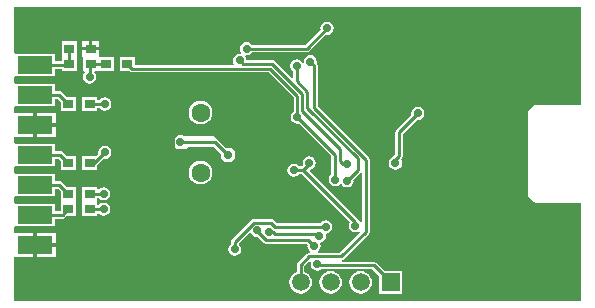
<source format=gbr>
G04 Layer_Physical_Order=2*
G04 Layer_Color=16711680*
%FSLAX43Y43*%
%MOMM*%
G71*
G01*
G75*
%ADD11R,0.900X0.800*%
%ADD18R,3.000X1.500*%
%ADD25C,0.220*%
%ADD26C,1.600*%
%ADD27C,1.500*%
%ADD28R,1.500X1.500*%
G04:AMPARAMS|DCode=29|XSize=2.4mm|YSize=1.6mm|CornerRadius=0.4mm|HoleSize=0mm|Usage=FLASHONLY|Rotation=180.000|XOffset=0mm|YOffset=0mm|HoleType=Round|Shape=RoundedRectangle|*
%AMROUNDEDRECTD29*
21,1,2.400,0.800,0,0,180.0*
21,1,1.600,1.600,0,0,180.0*
1,1,0.800,-0.800,0.400*
1,1,0.800,0.800,0.400*
1,1,0.800,0.800,-0.400*
1,1,0.800,-0.800,-0.400*
%
%ADD29ROUNDEDRECTD29*%
%ADD30C,1.000*%
%ADD31C,0.500*%
%ADD32C,0.700*%
G36*
X139845Y102755D02*
X135982D01*
X135884Y102735D01*
X135802Y102680D01*
X135420Y102298D01*
X135365Y102216D01*
X135345Y102118D01*
Y102010D01*
X135336Y101987D01*
X135330Y101961D01*
X135322Y101935D01*
X135294Y101727D01*
X135295Y101713D01*
X135293Y101700D01*
X135299Y95551D01*
X135298Y95526D01*
X135293Y95500D01*
X135295Y95487D01*
X135294Y95473D01*
X135322Y95265D01*
X135330Y95239D01*
X135336Y95213D01*
X135345Y95190D01*
Y95082D01*
X135365Y94984D01*
X135420Y94902D01*
X135795Y94527D01*
X135877Y94471D01*
X135975Y94452D01*
X139845D01*
Y86155D01*
X91823D01*
Y88340D01*
Y89759D01*
X91846Y89876D01*
X91950Y89876D01*
X93450D01*
Y90880D01*
Y91884D01*
X91950D01*
X91846Y91884D01*
X91823Y92001D01*
Y92375D01*
X91900Y92470D01*
X91950Y92470D01*
X95300D01*
Y93104D01*
X95920D01*
X96041Y93128D01*
X96144Y93197D01*
X96247Y93300D01*
X97050D01*
Y94473D01*
X97050Y94500D01*
Y94600D01*
X97050Y94627D01*
Y95800D01*
X96247D01*
X95863Y96184D01*
X95761Y96252D01*
X95640Y96276D01*
X95300D01*
Y96910D01*
X91950D01*
X91900Y96910D01*
X91823Y97005D01*
Y97455D01*
X91900Y97550D01*
X91950Y97550D01*
X95300D01*
Y98184D01*
X95569D01*
X95750Y98003D01*
Y97200D01*
X97050D01*
Y98400D01*
X96247D01*
X95923Y98724D01*
X95821Y98792D01*
X95700Y98816D01*
X95300D01*
Y99450D01*
X91950D01*
X91900Y99450D01*
X91823Y99545D01*
Y99919D01*
X91846Y100036D01*
X91950Y100036D01*
X93450D01*
Y101040D01*
Y102044D01*
X91950D01*
X91846Y102044D01*
X91823Y102161D01*
Y102535D01*
X91900Y102630D01*
X91950Y102630D01*
X95300D01*
Y103264D01*
X95489D01*
X95750Y103003D01*
Y102200D01*
X97050D01*
Y103400D01*
X96247D01*
X95843Y103803D01*
X95741Y103872D01*
X95620Y103896D01*
X95300D01*
Y104530D01*
X91950D01*
X91900Y104530D01*
X91823Y104625D01*
Y105075D01*
X91900Y105170D01*
X91950Y105170D01*
X95300D01*
Y105804D01*
X95850D01*
Y105600D01*
X97150D01*
Y106800D01*
X97150D01*
Y106900D01*
X97150D01*
Y108100D01*
X95850D01*
Y106900D01*
X95850D01*
Y106800D01*
X95850D01*
Y106436D01*
X95300D01*
Y107070D01*
X91950D01*
X91900Y107070D01*
X91823Y107165D01*
Y108660D01*
X91823Y108660D01*
Y111045D01*
X139845D01*
Y102755D01*
D02*
G37*
G36*
X95750Y95403D02*
Y94627D01*
X95750Y94600D01*
Y94500D01*
X95750Y94473D01*
Y93736D01*
X95300D01*
Y94370D01*
X91950D01*
X91900Y94370D01*
X91823Y94465D01*
Y94915D01*
X91900Y95010D01*
X91950Y95010D01*
X95300D01*
Y95644D01*
X95509D01*
X95750Y95403D01*
D02*
G37*
%LPC*%
G36*
X98850Y95800D02*
X97550D01*
Y94627D01*
X97550Y94600D01*
Y94500D01*
X97550Y94473D01*
Y93300D01*
X98850D01*
Y93505D01*
X98977Y93543D01*
X99003Y93503D01*
X99185Y93382D01*
X99400Y93339D01*
X99615Y93382D01*
X99797Y93503D01*
X99918Y93685D01*
X99961Y93900D01*
X99918Y94115D01*
X99797Y94297D01*
X99615Y94418D01*
X99400Y94461D01*
X99185Y94418D01*
X99003Y94297D01*
X98977Y94257D01*
X98850Y94295D01*
Y94473D01*
X98850Y94500D01*
Y94600D01*
X98850Y94627D01*
Y94805D01*
X98977Y94843D01*
X99003Y94803D01*
X99185Y94682D01*
X99400Y94639D01*
X99615Y94682D01*
X99797Y94803D01*
X99918Y94985D01*
X99961Y95200D01*
X99918Y95415D01*
X99797Y95597D01*
X99615Y95718D01*
X99400Y95761D01*
X99185Y95718D01*
X99003Y95597D01*
X98977Y95557D01*
X98850Y95595D01*
Y95800D01*
D02*
G37*
G36*
X99500Y99261D02*
X99285Y99218D01*
X99103Y99097D01*
X98982Y98915D01*
X98939Y98700D01*
X98958Y98605D01*
X98753Y98400D01*
X97550D01*
Y97200D01*
X98850D01*
Y97603D01*
X99405Y98158D01*
X99500Y98139D01*
X99715Y98182D01*
X99897Y98303D01*
X100018Y98485D01*
X100061Y98700D01*
X100018Y98915D01*
X99897Y99097D01*
X99715Y99218D01*
X99500Y99261D01*
D02*
G37*
G36*
X106100Y100200D02*
X105700D01*
X105400Y99900D01*
Y99200D01*
X105600Y99000D01*
X106400D01*
X106600Y99200D01*
X108700D01*
X109300Y98600D01*
Y98200D01*
X109600Y97900D01*
X110200D01*
X110500Y98200D01*
Y98800D01*
X110200Y99100D01*
X109700D01*
X108700Y100100D01*
X106200D01*
X106100Y100200D01*
D02*
G37*
G36*
X107600Y98009D02*
X107339Y97974D01*
X107096Y97873D01*
X106887Y97713D01*
X106727Y97504D01*
X106626Y97261D01*
X106591Y97000D01*
X106626Y96739D01*
X106727Y96496D01*
X106887Y96287D01*
X107096Y96127D01*
X107339Y96026D01*
X107600Y95991D01*
X107861Y96026D01*
X108104Y96127D01*
X108313Y96287D01*
X108474Y96496D01*
X108574Y96739D01*
X108609Y97000D01*
X108574Y97261D01*
X108474Y97504D01*
X108313Y97713D01*
X108104Y97873D01*
X107861Y97974D01*
X107600Y98009D01*
D02*
G37*
G36*
X121160Y88658D02*
X120912Y88626D01*
X120681Y88530D01*
X120482Y88378D01*
X120330Y88179D01*
X120234Y87948D01*
X120202Y87700D01*
X120234Y87452D01*
X120330Y87221D01*
X120482Y87022D01*
X120681Y86870D01*
X120912Y86774D01*
X121160Y86742D01*
X121408Y86774D01*
X121639Y86870D01*
X121838Y87022D01*
X121990Y87221D01*
X122086Y87452D01*
X122118Y87700D01*
X122086Y87948D01*
X121990Y88179D01*
X121838Y88378D01*
X121639Y88530D01*
X121408Y88626D01*
X121160Y88658D01*
D02*
G37*
G36*
X118620D02*
X118372Y88626D01*
X118141Y88530D01*
X117942Y88378D01*
X117790Y88179D01*
X117694Y87948D01*
X117662Y87700D01*
X117694Y87452D01*
X117790Y87221D01*
X117942Y87022D01*
X118141Y86870D01*
X118372Y86774D01*
X118620Y86742D01*
X118868Y86774D01*
X119099Y86870D01*
X119298Y87022D01*
X119450Y87221D01*
X119546Y87452D01*
X119578Y87700D01*
X119546Y87948D01*
X119450Y88179D01*
X119298Y88378D01*
X119099Y88530D01*
X118868Y88626D01*
X118620Y88658D01*
D02*
G37*
G36*
X93750Y91884D02*
Y91030D01*
X95354D01*
Y91884D01*
X93750D01*
D02*
G37*
G36*
X95354Y90730D02*
X93750D01*
Y89876D01*
X95354D01*
Y90730D01*
D02*
G37*
G36*
X98150Y108154D02*
X97596D01*
Y107650D01*
X98150D01*
Y108154D01*
D02*
G37*
G36*
X99004Y107350D02*
X97596D01*
Y106846D01*
X97650Y106741D01*
X97650Y106719D01*
Y105600D01*
X97731D01*
X97760Y105558D01*
X97788Y105473D01*
X97682Y105315D01*
X97639Y105100D01*
X97682Y104885D01*
X97803Y104703D01*
X97985Y104582D01*
X98200Y104539D01*
X98415Y104582D01*
X98597Y104703D01*
X98718Y104885D01*
X98761Y105100D01*
X98718Y105315D01*
X98612Y105473D01*
X98640Y105558D01*
X98669Y105600D01*
X98950D01*
Y105600D01*
X98950D01*
X98950Y105600D01*
X100250D01*
Y106800D01*
X99112D01*
X99004Y106846D01*
X99004Y106927D01*
Y107350D01*
D02*
G37*
G36*
X118300Y109761D02*
X118085Y109718D01*
X117903Y109597D01*
X117782Y109415D01*
X117739Y109200D01*
X117758Y109105D01*
X116469Y107816D01*
X111950D01*
X111897Y107897D01*
X111715Y108018D01*
X111500Y108061D01*
X111285Y108018D01*
X111103Y107897D01*
X110982Y107715D01*
X110939Y107500D01*
X110982Y107285D01*
X111068Y107157D01*
X110991Y107043D01*
X110900Y107061D01*
X110685Y107018D01*
X110503Y106897D01*
X110382Y106715D01*
X110339Y106500D01*
X110382Y106285D01*
X110420Y106228D01*
X110360Y106116D01*
X102050D01*
Y106800D01*
X100750D01*
Y105600D01*
X101553D01*
X101577Y105576D01*
X101679Y105508D01*
X101800Y105484D01*
X113369D01*
X115484Y103369D01*
Y102150D01*
X115403Y102097D01*
X115282Y101915D01*
X115239Y101700D01*
X115282Y101485D01*
X115403Y101303D01*
X115585Y101182D01*
X115800Y101139D01*
X115895Y101158D01*
X118684Y98369D01*
Y96850D01*
X118603Y96797D01*
X118482Y96615D01*
X118439Y96400D01*
X118482Y96185D01*
X118603Y96003D01*
X118785Y95882D01*
X119000Y95839D01*
X119215Y95882D01*
X119397Y96003D01*
X119543Y95994D01*
X119603Y95903D01*
X119785Y95782D01*
X120000Y95739D01*
X120214Y95782D01*
X120396Y95903D01*
X120518Y96085D01*
X120561Y96300D01*
X120542Y96395D01*
X121123Y96977D01*
X121157Y97027D01*
X121284Y96988D01*
Y92845D01*
X121157Y92806D01*
X121097Y92897D01*
X120937Y93003D01*
X120924Y93023D01*
X116831Y97116D01*
X116873Y97254D01*
X117015Y97282D01*
X117197Y97403D01*
X117318Y97585D01*
X117361Y97800D01*
X117318Y98015D01*
X117197Y98197D01*
X117015Y98318D01*
X116800Y98361D01*
X116585Y98318D01*
X116403Y98197D01*
X116282Y98015D01*
X116239Y97800D01*
X116275Y97622D01*
X116169Y97516D01*
X115950D01*
X115897Y97597D01*
X115715Y97718D01*
X115500Y97761D01*
X115285Y97718D01*
X115103Y97597D01*
X114982Y97415D01*
X114939Y97200D01*
X114982Y96985D01*
X115103Y96803D01*
X115285Y96682D01*
X115500Y96639D01*
X115715Y96682D01*
X115897Y96803D01*
X115950Y96884D01*
X116169D01*
X120245Y92808D01*
X120182Y92715D01*
X120139Y92500D01*
X120182Y92285D01*
X120303Y92103D01*
X120485Y91982D01*
X120700Y91939D01*
X120915Y91982D01*
X121037Y92064D01*
X121118Y91965D01*
X119369Y90216D01*
X117545D01*
X117506Y90343D01*
X117596Y90403D01*
X117718Y90585D01*
X117761Y90800D01*
X117723Y90987D01*
X117718Y91014D01*
X117799Y91122D01*
X117885Y91139D01*
X118067Y91261D01*
X118188Y91443D01*
X118231Y91657D01*
X118195Y91835D01*
X118200Y91839D01*
X118415Y91882D01*
X118597Y92003D01*
X118718Y92185D01*
X118761Y92400D01*
X118718Y92615D01*
X118597Y92797D01*
X118415Y92918D01*
X118200Y92961D01*
X117985Y92918D01*
X117803Y92797D01*
X117750Y92716D01*
X114064D01*
X113797Y92983D01*
X113694Y93052D01*
X113573Y93076D01*
X112127D01*
X112006Y93052D01*
X111903Y92983D01*
X110276Y91357D01*
X110208Y91254D01*
X110184Y91133D01*
Y90950D01*
X110103Y90897D01*
X109982Y90715D01*
X109939Y90500D01*
X109982Y90285D01*
X110103Y90103D01*
X110285Y89982D01*
X110500Y89939D01*
X110715Y89982D01*
X110897Y90103D01*
X111018Y90285D01*
X111061Y90500D01*
X111018Y90715D01*
X110897Y90897D01*
X110885Y90904D01*
X110872Y91059D01*
X111756Y91943D01*
X111878Y91906D01*
X111882Y91885D01*
X112003Y91703D01*
X112185Y91582D01*
X112400Y91539D01*
X112467Y91553D01*
X112943Y91076D01*
X113046Y91008D01*
X113167Y90984D01*
X116569D01*
X116658Y90895D01*
X116639Y90800D01*
X116682Y90585D01*
X116803Y90403D01*
X116893Y90343D01*
X116855Y90216D01*
X116800D01*
X116679Y90192D01*
X116576Y90123D01*
X115856Y89404D01*
X115788Y89301D01*
X115764Y89180D01*
Y88597D01*
X115601Y88530D01*
X115402Y88378D01*
X115250Y88179D01*
X115154Y87948D01*
X115122Y87700D01*
X115154Y87452D01*
X115250Y87221D01*
X115402Y87022D01*
X115601Y86870D01*
X115832Y86774D01*
X116080Y86742D01*
X116328Y86774D01*
X116559Y86870D01*
X116758Y87022D01*
X116910Y87221D01*
X117006Y87452D01*
X117038Y87700D01*
X117006Y87948D01*
X116910Y88179D01*
X116758Y88378D01*
X116559Y88530D01*
X116396Y88597D01*
Y89049D01*
X116886Y89539D01*
X116985Y89458D01*
X116982Y89454D01*
X116939Y89239D01*
X116982Y89025D01*
X117103Y88843D01*
X117285Y88721D01*
X117500Y88678D01*
X117715Y88721D01*
X117883Y88834D01*
X122119D01*
X122750Y88203D01*
Y86750D01*
X124650D01*
Y88650D01*
X123197D01*
X122473Y89373D01*
X122371Y89442D01*
X122250Y89466D01*
X119559D01*
X119546Y89593D01*
X119621Y89608D01*
X119724Y89676D01*
X121824Y91776D01*
X121892Y91879D01*
X121916Y92000D01*
Y98100D01*
X121892Y98221D01*
X121824Y98324D01*
X117516Y102631D01*
Y106100D01*
X117492Y106221D01*
X117440Y106298D01*
X117461Y106400D01*
X117418Y106615D01*
X117297Y106797D01*
X117115Y106918D01*
X116900Y106961D01*
X116685Y106918D01*
X116503Y106797D01*
X116382Y106615D01*
X116339Y106400D01*
X116354Y106326D01*
X116234Y106276D01*
X116140Y106417D01*
X115958Y106539D01*
X115743Y106582D01*
X115529Y106539D01*
X115347Y106417D01*
X115225Y106236D01*
X115183Y106021D01*
X115225Y105806D01*
X115347Y105624D01*
X115427Y105571D01*
Y105080D01*
X115310Y105031D01*
X113897Y106443D01*
X113795Y106512D01*
X113674Y106536D01*
X111454D01*
X111418Y106715D01*
X111332Y106843D01*
X111409Y106957D01*
X111500Y106939D01*
X111715Y106982D01*
X111897Y107103D01*
X111950Y107184D01*
X116600D01*
X116721Y107208D01*
X116824Y107276D01*
X118205Y108658D01*
X118300Y108639D01*
X118515Y108682D01*
X118697Y108803D01*
X118818Y108985D01*
X118861Y109200D01*
X118818Y109415D01*
X118697Y109597D01*
X118515Y109718D01*
X118300Y109761D01*
D02*
G37*
G36*
X99004Y108154D02*
X98450D01*
Y107650D01*
X99004D01*
Y108154D01*
D02*
G37*
G36*
X98850Y103400D02*
X97550D01*
Y102200D01*
X98850D01*
Y102484D01*
X99050D01*
X99103Y102403D01*
X99285Y102282D01*
X99500Y102239D01*
X99715Y102282D01*
X99897Y102403D01*
X100018Y102585D01*
X100061Y102800D01*
X100018Y103015D01*
X99897Y103197D01*
X99715Y103318D01*
X99500Y103361D01*
X99285Y103318D01*
X99103Y103197D01*
X99050Y103116D01*
X98850D01*
Y103400D01*
D02*
G37*
G36*
X107600Y103089D02*
X107339Y103054D01*
X107096Y102953D01*
X106887Y102793D01*
X106727Y102584D01*
X106626Y102341D01*
X106591Y102080D01*
X106626Y101819D01*
X106727Y101576D01*
X106887Y101367D01*
X107096Y101206D01*
X107339Y101106D01*
X107600Y101071D01*
X107861Y101106D01*
X108104Y101206D01*
X108313Y101367D01*
X108474Y101576D01*
X108574Y101819D01*
X108609Y102080D01*
X108574Y102341D01*
X108474Y102584D01*
X108313Y102793D01*
X108104Y102953D01*
X107861Y103054D01*
X107600Y103089D01*
D02*
G37*
G36*
X95354Y100890D02*
X93750D01*
Y100036D01*
X95354D01*
Y100890D01*
D02*
G37*
G36*
X126000Y102561D02*
X125785Y102518D01*
X125603Y102397D01*
X125482Y102215D01*
X125439Y102000D01*
X125458Y101905D01*
X124176Y100623D01*
X124108Y100521D01*
X124084Y100400D01*
Y98531D01*
X123877Y98324D01*
X123863Y98303D01*
X123703Y98197D01*
X123582Y98015D01*
X123539Y97800D01*
X123582Y97585D01*
X123703Y97403D01*
X123885Y97282D01*
X124100Y97239D01*
X124315Y97282D01*
X124497Y97403D01*
X124618Y97585D01*
X124661Y97800D01*
X124618Y98015D01*
X124555Y98108D01*
X124623Y98176D01*
X124692Y98279D01*
X124716Y98400D01*
Y100269D01*
X125905Y101458D01*
X126000Y101439D01*
X126215Y101482D01*
X126397Y101603D01*
X126518Y101785D01*
X126561Y102000D01*
X126518Y102215D01*
X126397Y102397D01*
X126215Y102518D01*
X126000Y102561D01*
D02*
G37*
G36*
X93750Y102044D02*
Y101190D01*
X95354D01*
Y102044D01*
X93750D01*
D02*
G37*
%LPD*%
D11*
X98300Y106200D02*
D03*
X96500D02*
D03*
X101400D02*
D03*
X99600D02*
D03*
X98200Y93900D02*
D03*
X96400D02*
D03*
X98200Y102800D02*
D03*
X96400D02*
D03*
X98200Y97800D02*
D03*
X96400D02*
D03*
X98200Y95200D02*
D03*
X96400D02*
D03*
X98300Y107500D02*
D03*
X96500D02*
D03*
D18*
X93600Y90880D02*
D03*
Y93420D02*
D03*
Y95960D02*
D03*
Y98500D02*
D03*
Y101040D02*
D03*
Y103580D02*
D03*
Y106120D02*
D03*
D25*
X116080Y87700D02*
Y89180D01*
X116800Y89900D01*
X119500D01*
X121600Y92000D01*
Y98100D01*
X117200Y102500D02*
X121600Y98100D01*
X122250Y89150D02*
X123700Y87700D01*
X117589Y89150D02*
X122250D01*
X117200Y102500D02*
Y106100D01*
X116640Y102460D02*
X120900Y98200D01*
X116220Y102213D02*
X119420Y99013D01*
X116640Y102460D02*
Y103848D01*
X116900Y106400D02*
X117200Y106100D01*
X115800Y101700D02*
X119000Y98500D01*
X117500Y89239D02*
X117589Y89150D01*
X115743Y104745D02*
X116640Y103848D01*
X115743Y104745D02*
Y106021D01*
X124100Y98100D02*
X124400Y98400D01*
X124100Y97800D02*
Y98100D01*
X124400Y98400D02*
Y100400D01*
X126000Y102000D01*
X98200Y93900D02*
X99400D01*
X98200Y95200D02*
X99400D01*
X110500Y91133D02*
X112127Y92760D01*
X113573D01*
X110500Y90500D02*
Y91133D01*
X112400Y92067D02*
Y92100D01*
X113400Y92000D02*
X113739D01*
X112400Y92067D02*
X113167Y91300D01*
X116700D01*
X113739Y92000D02*
X113939Y91800D01*
X117527D01*
X116700Y91300D02*
X117200Y90800D01*
X117527Y91800D02*
X117670Y91657D01*
X113573Y92760D02*
X113933Y92400D01*
X118200D01*
X98300Y106200D02*
X99600D01*
X93600Y106120D02*
X96420D01*
X96500Y106200D01*
Y107500D01*
X95920Y93420D02*
X96400Y93900D01*
X93600Y93420D02*
X95920D01*
X95640Y95960D02*
X96400Y95200D01*
X93600Y95960D02*
X95640D01*
X95700Y98500D02*
X96400Y97800D01*
X93600Y98500D02*
X95700D01*
X95620Y103580D02*
X96400Y102800D01*
X93600Y103580D02*
X95620D01*
X98200Y106100D02*
X98300Y106200D01*
X98200Y105100D02*
Y106100D01*
Y102800D02*
X99500D01*
X98600Y97800D02*
X99500Y98700D01*
X98200Y97800D02*
X98600D01*
X101400Y106200D02*
X101800Y105800D01*
X116600Y107500D02*
X118300Y109200D01*
X111500Y107500D02*
X116600D01*
X110900Y106500D02*
X111180Y106220D01*
X119700Y97700D02*
X120000D01*
X120000Y96300D02*
X120900Y97200D01*
X119420Y97980D02*
X119700Y97700D01*
X119000Y96400D02*
Y98500D01*
X115500Y97200D02*
X116300D01*
X120700Y92500D02*
Y92800D01*
X116300Y97200D02*
X120700Y92800D01*
X119420Y97980D02*
Y99013D01*
X120900Y97200D02*
Y98200D01*
X101800Y105800D02*
X113500D01*
X115800Y103500D01*
Y101700D02*
Y103500D01*
X113674Y106220D02*
X116220Y103674D01*
Y102213D02*
Y103674D01*
X111180Y106220D02*
X113674D01*
X108800Y99600D02*
X109900Y98500D01*
X105900Y99600D02*
X108800D01*
X116300Y97200D02*
X116800Y97700D01*
Y97800D01*
D26*
X107600Y97000D02*
D03*
Y102080D02*
D03*
D27*
X116080Y87700D02*
D03*
X118620D02*
D03*
X121160D02*
D03*
D28*
X123700D02*
D03*
D29*
X134800Y93500D02*
D03*
Y103700D02*
D03*
X138500D02*
D03*
Y93500D02*
D03*
D30*
X93600Y90880D02*
D03*
Y101040D02*
D03*
Y106120D02*
D03*
D31*
X137500Y107500D02*
D03*
X138750Y105000D02*
D03*
Y90000D02*
D03*
X137500Y87500D02*
D03*
X135000Y107500D02*
D03*
X136250Y105000D02*
D03*
Y90000D02*
D03*
X133750Y105000D02*
D03*
X132500Y102500D02*
D03*
X133750Y95000D02*
D03*
X127500Y107500D02*
D03*
Y102500D02*
D03*
X125000Y107500D02*
D03*
X126250Y105000D02*
D03*
X125000Y102500D02*
D03*
Y87500D02*
D03*
X122500Y107500D02*
D03*
Y92500D02*
D03*
X120000Y107500D02*
D03*
X121250Y105000D02*
D03*
X120000Y102500D02*
D03*
X112500Y87500D02*
D03*
X111250Y105000D02*
D03*
X110000Y102500D02*
D03*
Y97500D02*
D03*
X111250Y95000D02*
D03*
Y90000D02*
D03*
X110000Y87500D02*
D03*
X108750Y105000D02*
D03*
Y95000D02*
D03*
X107500Y87500D02*
D03*
X106250Y105000D02*
D03*
Y95000D02*
D03*
X105000Y87500D02*
D03*
X102500Y102500D02*
D03*
Y97500D02*
D03*
X103750Y95000D02*
D03*
X102500Y87500D02*
D03*
X101250Y100000D02*
D03*
X100000Y97500D02*
D03*
X101250Y90000D02*
D03*
X100000Y87500D02*
D03*
X98750Y90000D02*
D03*
X97500Y87500D02*
D03*
X95000Y107500D02*
D03*
X96250Y100000D02*
D03*
Y90000D02*
D03*
X95000Y87500D02*
D03*
X92500Y107500D02*
D03*
Y87500D02*
D03*
D32*
X116900Y106400D02*
D03*
X117500Y89239D02*
D03*
X115743Y106021D02*
D03*
X124100Y97800D02*
D03*
X126000Y102000D02*
D03*
X99400Y93900D02*
D03*
X118200Y92400D02*
D03*
X99400Y95200D02*
D03*
X110500Y90500D02*
D03*
X113400Y92000D02*
D03*
X112400Y92100D02*
D03*
X117200Y90800D02*
D03*
X117670Y91657D02*
D03*
X105100Y91500D02*
D03*
X98200Y105100D02*
D03*
X99500Y102800D02*
D03*
X104800Y107800D02*
D03*
X99500Y98700D02*
D03*
X115800Y101700D02*
D03*
X118300Y109200D02*
D03*
X111500Y107500D02*
D03*
X110900Y106500D02*
D03*
X120000Y97700D02*
D03*
X120000Y96300D02*
D03*
X119000Y96400D02*
D03*
X115500Y97200D02*
D03*
X120700Y92500D02*
D03*
X114400Y98700D02*
D03*
X109900Y98500D02*
D03*
X105900Y99600D02*
D03*
X116800Y97800D02*
D03*
X127000Y97600D02*
D03*
X121600Y90300D02*
D03*
X114300Y109200D02*
D03*
M02*

</source>
